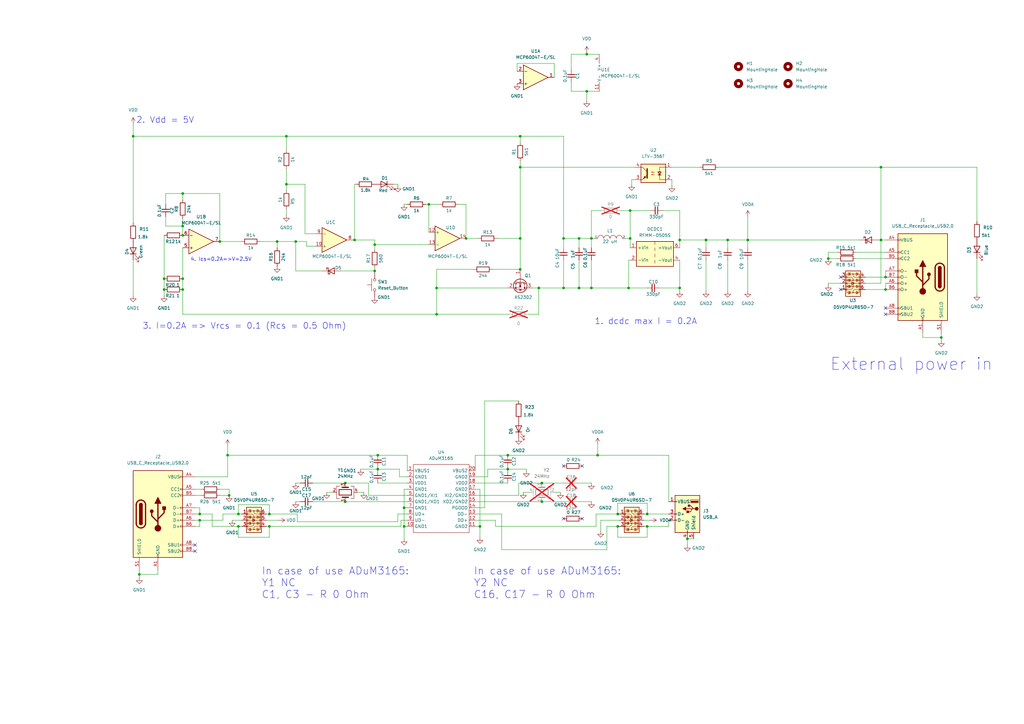
<source format=kicad_sch>
(kicad_sch (version 20230121) (generator eeschema)
  (paper "A3")
  (junction (at 245.11 186.69))
  (junction (at 265.43 215.9))
  (junction (at 57.15 235.585))
  (junction (at 240.665 37.465))
  (junction (at 90.17 99.06))
  (junction (at 361.315 68.58))
  (junction (at 81.915 213.36))
  (junction (at 386.08 138.43))
  (junction (at 179.07 128.905))
  (junction (at 165.735 208.28))
  (junction (at 153.67 100.33))
  (junction (at 93.98 203.2))
  (junction (at 257.81 118.11))
  (junction (at 113.665 99.06))
  (junction (at 306.705 98.425))
  (junction (at 93.345 186.69))
  (junction (at 237.49 118.11))
  (junction (at 213.36 68.58))
  (junction (at 141.605 198.12))
  (junction (at 213.36 97.79))
  (junction (at 258.445 86.36))
  (junction (at 191.135 97.79))
  (junction (at 222.25 205.74))
  (junction (at 242.57 97.79))
  (junction (at 97.79 215.9))
  (junction (at 81.915 210.82))
  (junction (at 179.07 118.11))
  (junction (at 74.93 92.71))
  (junction (at 258.445 97.79))
  (junction (at 278.765 98.425))
  (junction (at 165.735 215.9))
  (junction (at 253.365 215.9))
  (junction (at 74.93 96.52))
  (junction (at 222.25 198.12))
  (junction (at 231.14 97.79))
  (junction (at 54.61 55.88))
  (junction (at 67.31 118.745))
  (junction (at 281.94 220.98))
  (junction (at 208.28 186.69))
  (junction (at 74.93 114.3))
  (junction (at 67.31 114.3))
  (junction (at 240.665 22.225))
  (junction (at 231.14 118.11))
  (junction (at 265.43 210.82))
  (junction (at 339.725 106.045))
  (junction (at 74.93 118.745))
  (junction (at 110.49 215.9))
  (junction (at 213.36 55.88))
  (junction (at 220.98 118.11))
  (junction (at 253.365 210.82))
  (junction (at 208.28 192.405))
  (junction (at 154.94 186.69))
  (junction (at 117.475 55.88))
  (junction (at 153.67 111.125))
  (junction (at 278.765 118.11))
  (junction (at 121.285 99.06))
  (junction (at 361.315 98.425))
  (junction (at 242.57 118.11))
  (junction (at 110.49 210.82))
  (junction (at 141.605 205.74))
  (junction (at 196.85 215.9))
  (junction (at 97.79 210.82))
  (junction (at 154.94 192.405))
  (junction (at 363.22 118.745))
  (junction (at 213.36 110.49))
  (junction (at 237.49 97.79))
  (junction (at 363.22 113.665))
  (junction (at 298.45 98.425))
  (junction (at 289.56 98.425))
  (junction (at 117.475 75.565))
  (junction (at 145.415 98.425))
  (junction (at 175.895 83.82))
  (junction (at 74.93 79.375))
  (no_connect (at 231.14 191.135))
  (no_connect (at 344.805 113.665))
  (no_connect (at 80.01 223.52))
  (no_connect (at 344.805 118.745))
  (no_connect (at 80.01 226.06))
  (no_connect (at 363.22 126.365))
  (no_connect (at 363.22 128.905))
  (no_connect (at 231.14 212.725))
  (no_connect (at 238.76 191.135))
  (no_connect (at 238.76 212.725))
  (wire (pts (xy 154.94 192.405) (xy 154.94 193.04)))
  (wire (pts (xy 129.54 100.965) (xy 125.73 100.965)))
  (wire (pts (xy 201.93 110.49) (xy 213.36 110.49)))
  (wire (pts (xy 81.915 213.36) (xy 91.44 213.36)))
  (wire (pts (xy 258.445 101.6) (xy 258.445 97.79)))
  (wire (pts (xy 213.36 66.04) (xy 213.36 68.58)))
  (wire (pts (xy 208.28 192.405) (xy 215.9 192.405)))
  (wire (pts (xy 265.43 220.345) (xy 265.43 215.9)))
  (wire (pts (xy 343.535 103.505) (xy 339.725 103.505)))
  (wire (pts (xy 117.475 78.105) (xy 117.475 75.565)))
  (wire (pts (xy 274.32 186.69) (xy 245.11 186.69)))
  (wire (pts (xy 167.005 186.69) (xy 154.94 186.69)))
  (wire (pts (xy 236.855 205.74) (xy 242.57 205.74)))
  (wire (pts (xy 121.285 205.74) (xy 123.19 205.74)))
  (wire (pts (xy 194.31 110.49) (xy 179.07 110.49)))
  (wire (pts (xy 198.755 208.28) (xy 194.945 208.28)))
  (wire (pts (xy 298.45 98.425) (xy 306.705 98.425)))
  (wire (pts (xy 90.17 203.2) (xy 93.98 203.2)))
  (wire (pts (xy 149.225 201.93) (xy 146.685 201.93)))
  (wire (pts (xy 298.45 98.425) (xy 289.56 98.425)))
  (wire (pts (xy 274.32 186.69) (xy 274.32 205.74)))
  (wire (pts (xy 242.57 97.79) (xy 242.57 101.6)))
  (wire (pts (xy 196.85 200.66) (xy 196.85 215.9)))
  (wire (pts (xy 360.045 98.425) (xy 361.315 98.425)))
  (wire (pts (xy 125.095 75.565) (xy 125.095 95.885)))
  (wire (pts (xy 179.07 118.11) (xy 208.28 118.11)))
  (wire (pts (xy 121.92 213.995) (xy 163.195 213.995)))
  (wire (pts (xy 163.83 192.405) (xy 154.94 192.405)))
  (wire (pts (xy 196.85 215.9) (xy 196.85 220.345)))
  (wire (pts (xy 198.755 164.465) (xy 198.755 208.28)))
  (wire (pts (xy 254.254 86.36) (xy 258.445 86.36)))
  (wire (pts (xy 164.465 213.36) (xy 164.465 215.9)))
  (wire (pts (xy 222.25 205.74) (xy 231.775 205.74)))
  (wire (pts (xy 165.735 208.28) (xy 165.735 215.9)))
  (wire (pts (xy 220.98 118.11) (xy 231.14 118.11)))
  (wire (pts (xy 213.36 55.88) (xy 213.36 58.42)))
  (wire (pts (xy 97.79 210.82) (xy 99.06 210.82)))
  (wire (pts (xy 213.36 68.58) (xy 213.36 97.79)))
  (wire (pts (xy 80.01 210.82) (xy 81.915 210.82)))
  (wire (pts (xy 153.67 100.33) (xy 175.895 100.33)))
  (wire (pts (xy 121.285 198.12) (xy 123.19 198.12)))
  (wire (pts (xy 248.92 215.9) (xy 253.365 215.9)))
  (wire (pts (xy 109.22 213.36) (xy 114.3 213.36)))
  (wire (pts (xy 257.81 106.68) (xy 258.445 106.68)))
  (wire (pts (xy 64.77 233.68) (xy 64.77 235.585)))
  (wire (pts (xy 161.29 75.565) (xy 163.195 75.565)))
  (wire (pts (xy 339.725 106.045) (xy 339.725 103.505)))
  (wire (pts (xy 145.415 75.565) (xy 146.05 75.565)))
  (wire (pts (xy 257.81 106.68) (xy 257.81 118.11)))
  (wire (pts (xy 153.67 109.855) (xy 153.67 111.125)))
  (wire (pts (xy 242.57 86.36) (xy 246.634 86.36)))
  (wire (pts (xy 54.61 106.68) (xy 54.61 121.285)))
  (wire (pts (xy 67.945 92.71) (xy 74.93 92.71)))
  (wire (pts (xy 274.32 215.9) (xy 274.32 213.36)))
  (wire (pts (xy 80.01 208.28) (xy 81.915 208.28)))
  (wire (pts (xy 361.315 98.425) (xy 363.22 98.425)))
  (wire (pts (xy 289.56 106.68) (xy 289.56 119.38)))
  (wire (pts (xy 354.965 116.205) (xy 361.315 116.205)))
  (wire (pts (xy 306.705 101.6) (xy 306.705 98.425)))
  (wire (pts (xy 244.475 210.82) (xy 253.365 210.82)))
  (wire (pts (xy 289.56 98.425) (xy 289.56 101.6)))
  (wire (pts (xy 90.17 200.66) (xy 93.98 200.66)))
  (wire (pts (xy 256.54 97.79) (xy 258.445 97.79)))
  (wire (pts (xy 200.025 195.58) (xy 200.025 192.405)))
  (wire (pts (xy 117.475 55.88) (xy 213.36 55.88)))
  (wire (pts (xy 294.64 68.58) (xy 361.315 68.58)))
  (wire (pts (xy 80.01 203.2) (xy 82.55 203.2)))
  (wire (pts (xy 227.33 31.75) (xy 227.33 26.035)))
  (wire (pts (xy 154.94 191.77) (xy 154.94 192.405)))
  (wire (pts (xy 200.025 192.405) (xy 208.28 192.405)))
  (wire (pts (xy 54.61 55.88) (xy 54.61 91.44)))
  (wire (pts (xy 245.11 182.245) (xy 245.11 186.69)))
  (wire (pts (xy 154.94 192.405) (xy 147.955 192.405)))
  (wire (pts (xy 80.01 195.58) (xy 93.345 195.58)))
  (wire (pts (xy 167.005 195.58) (xy 163.83 195.58)))
  (wire (pts (xy 278.765 86.36) (xy 278.765 98.425)))
  (wire (pts (xy 203.2 213.36) (xy 203.2 215.9)))
  (wire (pts (xy 231.14 101.6) (xy 231.14 97.79)))
  (wire (pts (xy 306.705 98.425) (xy 352.425 98.425)))
  (wire (pts (xy 93.345 186.69) (xy 154.94 186.69)))
  (wire (pts (xy 253.365 220.345) (xy 265.43 220.345)))
  (wire (pts (xy 253.365 215.9) (xy 254 215.9)))
  (wire (pts (xy 191.135 97.79) (xy 196.215 97.79)))
  (wire (pts (xy 214.63 201.93) (xy 217.17 201.93)))
  (wire (pts (xy 67.31 114.3) (xy 67.31 118.745)))
  (wire (pts (xy 74.93 114.3) (xy 74.93 118.745)))
  (wire (pts (xy 264.16 215.9) (xy 265.43 215.9)))
  (wire (pts (xy 121.285 99.06) (xy 121.285 111.125)))
  (wire (pts (xy 74.93 101.6) (xy 74.93 114.3)))
  (wire (pts (xy 259.08 73.66) (xy 259.08 75.565)))
  (wire (pts (xy 253.365 215.9) (xy 253.365 220.345)))
  (wire (pts (xy 74.93 128.905) (xy 74.93 118.745)))
  (wire (pts (xy 208.28 192.405) (xy 208.28 193.04)))
  (wire (pts (xy 363.22 116.205) (xy 363.22 118.745)))
  (wire (pts (xy 242.57 118.11) (xy 257.81 118.11)))
  (wire (pts (xy 278.765 118.11) (xy 278.765 119.38)))
  (wire (pts (xy 80.01 213.36) (xy 81.915 213.36)))
  (wire (pts (xy 141.605 198.12) (xy 128.27 198.12)))
  (wire (pts (xy 231.14 106.68) (xy 231.14 118.11)))
  (wire (pts (xy 179.07 110.49) (xy 179.07 118.11)))
  (wire (pts (xy 67.945 79.375) (xy 74.93 79.375)))
  (wire (pts (xy 227.33 201.93) (xy 229.87 201.93)))
  (wire (pts (xy 400.685 68.58) (xy 400.685 90.805)))
  (wire (pts (xy 343.535 106.045) (xy 339.725 106.045)))
  (wire (pts (xy 205.74 210.82) (xy 205.74 225.425)))
  (wire (pts (xy 354.965 118.745) (xy 363.22 118.745)))
  (wire (pts (xy 154.94 198.12) (xy 167.005 198.12)))
  (wire (pts (xy 234.315 22.225) (xy 240.665 22.225)))
  (wire (pts (xy 213.36 68.58) (xy 260.35 68.58)))
  (wire (pts (xy 237.49 118.11) (xy 242.57 118.11)))
  (wire (pts (xy 234.315 33.655) (xy 234.315 37.465)))
  (wire (pts (xy 386.08 138.43) (xy 386.08 139.7)))
  (wire (pts (xy 167.005 213.36) (xy 164.465 213.36)))
  (wire (pts (xy 117.475 55.88) (xy 117.475 61.595)))
  (wire (pts (xy 167.005 215.9) (xy 165.735 215.9)))
  (wire (pts (xy 151.13 203.2) (xy 151.13 198.12)))
  (wire (pts (xy 91.44 213.36) (xy 91.44 210.82)))
  (wire (pts (xy 133.985 201.93) (xy 136.525 201.93)))
  (wire (pts (xy 265.43 210.82) (xy 274.32 210.82)))
  (wire (pts (xy 236.855 198.12) (xy 242.57 198.12)))
  (wire (pts (xy 242.57 97.79) (xy 243.84 97.79)))
  (wire (pts (xy 246.38 217.805) (xy 246.38 213.36)))
  (wire (pts (xy 208.28 191.77) (xy 208.28 192.405)))
  (wire (pts (xy 179.07 118.11) (xy 179.07 128.905)))
  (wire (pts (xy 208.28 186.69) (xy 194.945 186.69)))
  (wire (pts (xy 298.45 101.6) (xy 298.45 98.425)))
  (wire (pts (xy 67.31 96.52) (xy 67.31 114.3)))
  (wire (pts (xy 245.745 37.465) (xy 240.665 37.465)))
  (wire (pts (xy 167.005 193.04) (xy 167.005 186.69)))
  (wire (pts (xy 175.895 83.82) (xy 180.34 83.82)))
  (wire (pts (xy 194.945 195.58) (xy 200.025 195.58)))
  (wire (pts (xy 163.195 75.565) (xy 163.195 76.2)))
  (wire (pts (xy 54.61 50.8) (xy 54.61 55.88)))
  (wire (pts (xy 91.44 210.82) (xy 97.79 210.82)))
  (wire (pts (xy 74.93 79.375) (xy 74.93 81.915)))
  (wire (pts (xy 260.35 73.66) (xy 259.08 73.66)))
  (wire (pts (xy 212.725 198.12) (xy 222.25 198.12)))
  (wire (pts (xy 90.17 99.06) (xy 90.17 79.375)))
  (wire (pts (xy 110.49 207.01) (xy 110.49 210.82)))
  (wire (pts (xy 74.93 92.71) (xy 74.93 96.52)))
  (wire (pts (xy 234.315 28.575) (xy 234.315 22.225)))
  (wire (pts (xy 194.945 210.82) (xy 205.74 210.82)))
  (wire (pts (xy 234.315 37.465) (xy 240.665 37.465)))
  (wire (pts (xy 266.7 86.36) (xy 258.445 86.36)))
  (wire (pts (xy 106.68 99.06) (xy 113.665 99.06)))
  (wire (pts (xy 278.765 98.425) (xy 278.765 101.6)))
  (wire (pts (xy 57.15 233.68) (xy 57.15 235.585)))
  (wire (pts (xy 306.705 88.9) (xy 306.705 98.425)))
  (wire (pts (xy 361.315 68.58) (xy 400.685 68.58)))
  (wire (pts (xy 378.46 136.525) (xy 378.46 138.43)))
  (wire (pts (xy 275.59 73.66) (xy 275.59 76.2)))
  (wire (pts (xy 93.345 195.58) (xy 93.345 186.69)))
  (wire (pts (xy 163.195 213.995) (xy 163.195 210.82)))
  (wire (pts (xy 86.995 210.82) (xy 81.915 210.82)))
  (wire (pts (xy 163.195 210.82) (xy 167.005 210.82)))
  (wire (pts (xy 109.22 215.9) (xy 110.49 215.9)))
  (wire (pts (xy 245.745 22.225) (xy 240.665 22.225)))
  (wire (pts (xy 93.98 203.2) (xy 93.98 200.66)))
  (wire (pts (xy 240.665 37.465) (xy 240.665 41.275)))
  (wire (pts (xy 222.25 198.12) (xy 231.775 198.12)))
  (wire (pts (xy 351.155 103.505) (xy 363.22 103.505)))
  (wire (pts (xy 248.92 215.9) (xy 248.92 225.425)))
  (wire (pts (xy 80.01 200.66) (xy 82.55 200.66)))
  (wire (pts (xy 141.605 205.74) (xy 167.005 205.74)))
  (wire (pts (xy 153.67 111.76) (xy 153.67 111.125)))
  (wire (pts (xy 275.59 68.58) (xy 287.02 68.58)))
  (wire (pts (xy 74.93 89.535) (xy 74.93 92.71)))
  (wire (pts (xy 265.43 215.9) (xy 274.32 215.9)))
  (wire (pts (xy 174.625 83.82) (xy 175.895 83.82)))
  (wire (pts (xy 194.945 198.12) (xy 208.28 198.12)))
  (wire (pts (xy 248.92 225.425) (xy 205.74 225.425)))
  (wire (pts (xy 278.765 106.68) (xy 278.765 118.11)))
  (wire (pts (xy 271.78 86.36) (xy 278.765 86.36)))
  (wire (pts (xy 145.415 75.565) (xy 145.415 98.425)))
  (wire (pts (xy 97.79 220.345) (xy 110.49 220.345)))
  (wire (pts (xy 139.7 111.125) (xy 153.67 111.125)))
  (wire (pts (xy 244.475 210.82) (xy 244.475 215.9)))
  (wire (pts (xy 165.735 83.82) (xy 167.005 83.82)))
  (wire (pts (xy 281.94 220.98) (xy 284.48 220.98)))
  (wire (pts (xy 386.08 136.525) (xy 386.08 138.43)))
  (wire (pts (xy 257.81 118.11) (xy 265.43 118.11)))
  (wire (pts (xy 57.15 235.585) (xy 64.77 235.585)))
  (wire (pts (xy 54.61 55.88) (xy 117.475 55.88)))
  (wire (pts (xy 231.14 97.79) (xy 231.14 55.88)))
  (wire (pts (xy 125.73 100.965) (xy 125.73 99.06)))
  (wire (pts (xy 278.765 98.425) (xy 289.56 98.425)))
  (wire (pts (xy 165.735 208.28) (xy 167.005 208.28)))
  (wire (pts (xy 110.49 215.9) (xy 164.465 215.9)))
  (wire (pts (xy 194.945 200.66) (xy 196.85 200.66)))
  (wire (pts (xy 117.475 69.215) (xy 117.475 75.565)))
  (wire (pts (xy 125.095 95.885) (xy 129.54 95.885)))
  (wire (pts (xy 167.005 200.66) (xy 165.735 200.66)))
  (wire (pts (xy 109.22 210.82) (xy 110.49 210.82)))
  (wire (pts (xy 81.915 215.9) (xy 81.915 213.36)))
  (wire (pts (xy 245.11 186.69) (xy 208.28 186.69)))
  (wire (pts (xy 281.94 220.98) (xy 281.94 223.52)))
  (wire (pts (xy 74.93 128.905) (xy 179.07 128.905)))
  (wire (pts (xy 194.945 215.9) (xy 196.85 215.9)))
  (wire (pts (xy 97.79 210.82) (xy 97.79 207.01)))
  (wire (pts (xy 110.49 220.345) (xy 110.49 215.9)))
  (wire (pts (xy 216.535 128.905) (xy 220.98 128.905)))
  (wire (pts (xy 264.16 213.36) (xy 266.7 213.36)))
  (wire (pts (xy 212.725 198.12) (xy 212.725 203.2)))
  (wire (pts (xy 264.16 210.82) (xy 265.43 210.82)))
  (wire (pts (xy 81.915 208.28) (xy 81.915 210.82)))
  (wire (pts (xy 227.33 26.035) (xy 212.09 26.035)))
  (wire (pts (xy 121.92 210.82) (xy 121.92 213.995)))
  (wire (pts (xy 95.25 213.36) (xy 99.06 213.36)))
  (wire (pts (xy 67.945 88.9) (xy 67.945 92.71)))
  (wire (pts (xy 80.01 215.9) (xy 81.915 215.9)))
  (wire (pts (xy 339.725 116.205) (xy 339.725 116.84)))
  (wire (pts (xy 113.665 99.06) (xy 121.285 99.06)))
  (wire (pts (xy 253.365 210.82) (xy 254 210.82)))
  (wire (pts (xy 117.475 75.565) (xy 125.095 75.565)))
  (wire (pts (xy 240.665 21.59) (xy 240.665 22.225)))
  (wire (pts (xy 165.735 200.66) (xy 165.735 208.28)))
  (wire (pts (xy 153.67 98.425) (xy 153.67 100.33)))
  (wire (pts (xy 218.44 118.11) (xy 220.98 118.11)))
  (wire (pts (xy 253.365 206.375) (xy 265.43 206.375)))
  (wire (pts (xy 306.705 106.68) (xy 306.705 119.38)))
  (wire (pts (xy 151.13 198.12) (xy 141.605 198.12)))
  (wire (pts (xy 212.09 26.035) (xy 212.09 29.21)))
  (wire (pts (xy 351.155 106.045) (xy 363.22 106.045)))
  (wire (pts (xy 237.49 101.6) (xy 237.49 97.79)))
  (wire (pts (xy 93.345 182.88) (xy 93.345 186.69)))
  (wire (pts (xy 194.945 186.69) (xy 194.945 193.04)))
  (wire (pts (xy 121.285 111.125) (xy 132.08 111.125)))
  (wire (pts (xy 151.13 203.2) (xy 167.005 203.2)))
  (wire (pts (xy 237.49 97.79) (xy 242.57 97.79)))
  (wire (pts (xy 215.9 192.405) (xy 215.9 193.04)))
  (wire (pts (xy 258.445 86.36) (xy 258.445 97.79)))
  (wire (pts (xy 194.945 203.2) (xy 212.725 203.2)))
  (wire (pts (xy 361.315 116.205) (xy 361.315 98.425)))
  (wire (pts (xy 99.06 215.9) (xy 97.79 215.9)))
  (wire (pts (xy 203.835 97.79) (xy 213.36 97.79)))
  (wire (pts (xy 265.43 206.375) (xy 265.43 210.82)))
  (wire (pts (xy 298.45 106.68) (xy 298.45 119.38)))
  (wire (pts (xy 237.49 106.68) (xy 237.49 118.11)))
  (wire (pts (xy 231.14 118.11) (xy 237.49 118.11)))
  (wire (pts (xy 400.685 106.045) (xy 400.685 120.65)))
  (wire (pts (xy 145.415 98.425) (xy 144.78 98.425)))
  (wire (pts (xy 86.995 215.9) (xy 86.995 210.82)))
  (wire (pts (xy 363.22 111.125) (xy 363.22 113.665)))
  (wire (pts (xy 153.67 102.235) (xy 153.67 100.33)))
  (wire (pts (xy 354.965 113.665) (xy 363.22 113.665)))
  (wire (pts (xy 99.06 99.06) (xy 90.17 99.06)))
  (wire (pts (xy 117.475 85.725) (xy 117.475 88.265)))
  (wire (pts (xy 145.415 98.425) (xy 153.67 98.425)))
  (wire (pts (xy 97.79 207.01) (xy 110.49 207.01)))
  (wire (pts (xy 121.285 99.06) (xy 125.73 99.06)))
  (wire (pts (xy 242.57 106.68) (xy 242.57 118.11)))
  (wire (pts (xy 113.665 99.06) (xy 113.665 101.6)))
  (wire (pts (xy 175.895 95.25) (xy 175.895 83.82)))
  (wire (pts (xy 220.98 118.11) (xy 220.98 128.905)))
  (wire (pts (xy 191.135 97.79) (xy 191.135 83.82)))
  (wire (pts (xy 110.49 210.82) (xy 121.92 210.82)))
  (wire (pts (xy 212.725 164.465) (xy 198.755 164.465)))
  (wire (pts (xy 165.735 215.9) (xy 165.735 220.98)))
  (wire (pts (xy 344.805 116.205) (xy 339.725 116.205)))
  (wire (pts (xy 253.365 210.82) (xy 253.365 206.375)))
  (wire (pts (xy 361.315 68.58) (xy 361.315 98.425)))
  (wire (pts (xy 128.27 205.74) (xy 141.605 205.74)))
  (wire (pts (xy 203.2 215.9) (xy 244.475 215.9)))
  (wire (pts (xy 67.945 83.82) (xy 67.945 79.375)))
  (wire (pts (xy 90.17 79.375) (xy 74.93 79.375)))
  (wire (pts (xy 57.15 235.585) (xy 57.15 236.855)))
  (wire (pts (xy 194.945 213.36) (xy 203.2 213.36)))
  (wire (pts (xy 378.46 138.43) (xy 386.08 138.43)))
  (wire (pts (xy 97.79 215.9) (xy 86.995 215.9)))
  (wire (pts (xy 246.38 213.36) (xy 254 213.36)))
  (wire (pts (xy 163.83 195.58) (xy 163.83 192.405)))
  (wire (pts (xy 242.57 86.36) (xy 242.57 97.79)))
  (wire (pts (xy 213.36 97.79) (xy 213.36 110.49)))
  (wire (pts (xy 97.79 215.9) (xy 97.79 220.345)))
  (wire (pts (xy 194.945 205.74) (xy 222.25 205.74)))
  (wire (pts (xy 179.07 128.905) (xy 208.915 128.905)))
  (wire (pts (xy 270.51 118.11) (xy 278.765 118.11)))
  (wire (pts (xy 231.14 97.79) (xy 237.49 97.79)))
  (wire (pts (xy 67.31 121.285) (xy 67.31 118.745)))
  (wire (pts (xy 191.135 83.82) (xy 187.96 83.82)))
  (wire (pts (xy 213.36 55.88) (xy 231.14 55.88)))
  (text "3. I=0.2A => Vrcs = 0.1 (Rcs = 0.5 Ohm)\n" (at 58.42 135.255 0) (effects (font (size 2.5 2.5)) (justify left bottom)))
  (text "4. Ics=0.2A=>V=2.5V" (at 78.105 107.315 0) (effects (font (size 1.5 1.5)) (justify left bottom)))
  (text "In case of use ADuM3165:\nY1 NC\nC1, C3 - R 0 Ohm" (at 107.315 245.745 0) (effects (font (size 3 3)) (justify left bottom)))
  (text "In case of use ADuM3165:\nY2 NC\nC16, C17 - R 0 Ohm" (at 194.31 245.745 0) (effects (font (size 3 3)) (justify left bottom)))
  (text "1. dcdc max I = 0.2A" (at 243.84 133.35 0) (effects (font (size 2.5 2.5)) (justify left bottom)))
  (text "External power in" (at 340.36 152.4 0) (effects (font (size 5 5)) (justify left bottom)))
  (text "2. Vdd = 5V\n" (at 55.88 50.8 0) (effects (font (size 2.5 2.5)) (justify left bottom)))
  (symbol (lib_id "power:GND1") (at 212.09 34.29 0) (unit 1)
    (property "Reference" "#PWR02" (effects hide))
    (property "Value" "GND1" (at 212.09 39.37 0))
  )
  (symbol (lib_id "Device:R") (at 71.12 96.52 90) (unit 1)
    (property "Reference" "R12" (at 69.85 99.06 90))
    (property "Value" "1k" (at 73.025 99.06 90))
    (property "Footprint" "Resistor_SMD:R_0603_1608Metric" (effects hide))
    (property "Datasheet" "https://www.seielect.com/Catalog/SEI-RNCP.pdf" (effects hide))
    (property "Digikey link" "https://www.digikey.fi/en/products/detail/stackpole-electronics-inc/RNCP0603FTD1K00/2240106" (effects hide))
    (property "Name" "RNCP0603FTD1K00" (effects hide))
  )
  (symbol (lib_id "Device:R") (at 102.87 99.06 90) (unit 1)
    (property "Reference" "R14" (at 102.87 96.52 90))
    (property "Value" "1k" (at 102.87 101.6 90))
    (property "Footprint" "Resistor_SMD:R_0603_1608Metric" (effects hide))
    (property "Datasheet" "https://www.seielect.com/Catalog/SEI-RNCP.pdf" (effects hide))
    (property "Digikey link" "https://www.digikey.fi/en/products/detail/stackpole-electronics-inc/RNCP0603FTD1K00/2240106" (effects hide))
    (property "Name" "RNCP0603FTD1K00" (effects hide))
  )
  (symbol (lib_id "Device:R") (at 212.725 168.275 0) (unit 1)
    (property "Reference" "R23" (at 215.265 167.0049 0) (effects (justify left)))
    (property "Value" "1.8k" (at 214.63 170.1799 0) (effects (justify left)))
    (property "Footprint" "Resistor_SMD:R_0603_1608Metric" (effects hide))
    (property "Datasheet" "https://www.yageo.com/upload/media/product/productsearch/datasheet/rchip/PYu-RC_Group_51_RoHS_L_12.pdf" (effects hide))
    (property "Name" "RC0603FR-101K8L" (effects hide))
    (property "Digikey link" "https://www.digikey.fi/en/products/detail/yageo/RC0603FR-101K8L/14008224" (effects hide))
  )
  (symbol (lib_id "power:GND1") (at 121.285 205.74 0) (mirror y) (unit 1)
    (property "Reference" "#PWR035" (effects hide))
    (property "Value" "GND1" (at 121.285 209.55 0))
  )
  (symbol (lib_id "power:VDDA") (at 306.705 88.9 0) (unit 1)
    (property "Reference" "#PWR010" (effects hide))
    (property "Value" "VDDA" (at 306.705 83.82 0))
  )
  (symbol (lib_id "Device:R") (at 170.815 83.82 90) (unit 1)
    (property "Reference" "R6" (at 170.815 81.28 90))
    (property "Value" "1k" (at 170.815 86.36 90))
    (property "Footprint" "Resistor_SMD:R_0603_1608Metric" (effects hide))
    (property "Datasheet" "https://www.seielect.com/Catalog/SEI-RNCP.pdf" (effects hide))
    (property "Digikey link" "https://www.digikey.fi/en/products/detail/stackpole-electronics-inc/RNCP0603FTD1K00/2240106" (effects hide))
    (property "Name" "RNCP0603FTD1K00" (effects hide))
  )
  (symbol (lib_id "power:GND1") (at 117.475 88.265 0) (unit 1)
    (property "Reference" "#PWR09" (effects hide))
    (property "Value" "GND1" (at 117.475 93.345 0))
  )
  (symbol (lib_id "Power_Protection:NUP4202") (at 349.885 116.205 270) (mirror x) (unit 1)
    (property "Reference" "U3" (at 349.758 123.19 90))
    (property "Value" "D5V0P4UR6SO-7" (at 350.012 125.984 90))
    (property "Footprint" "Package_TO_SOT_SMD:SOT-23-6" (effects hide))
    (property "Datasheet" "https://www.digikey.fi/en/products/detail/diodes-incorporated/D5V0P4UR6SO-7/6052565?s=N4IgTCBcDaICIFYBqAGACgFgKoCUBsAygPIC0A7CALoC%2BQA" (effects hide))
    (property "Digikey link" "https://www.digikey.fi/en/products/detail/diodes-incorporated/D5V0P4UR6SO-7/6052565" (effects hide))
    (property "Name" "D5V0P4UR6SO-7" (effects hide))
  )
  (symbol (lib_id "Device:C_Small") (at 289.56 104.14 180) (unit 1)
    (property "Reference" "C7" (at 287.02 109.2137 90))
    (property "Value" "0.1uF" (at 287.02 104.1337 90))
    (property "Footprint" "Capacitor_SMD:C_0603_1608Metric" (effects hide))
    (property "Datasheet" "https://media.digikey.com/pdf/Data%20Sheets/Samsung%20PDFs/CL10B104KB8NFNC_Spec.pdf" (effects hide))
    (property "Voltage " "50" (effects hide))
    (property "Name" "CL10B104KB8NFNC" (effects hide))
    (property "Digikey link" "https://www.digikey.fi/en/products/detail/samsung-electro-mechanics/CL10B104KB8NFNC/3890020" (effects hide))
  )
  (symbol (lib_id "power:GND2") (at 242.57 205.74 0) (unit 1)
    (property "Reference" "#PWR036" (effects hide))
    (property "Value" "GND2" (at 248.285 208.28 0))
  )
  (symbol (lib_id "Device:C_Small") (at 237.49 104.14 180) (unit 1)
    (property "Reference" "C5" (at 234.95 109.2137 90))
    (property "Value" "1uF" (at 234.95 104.1337 90))
    (property "Footprint" "Capacitor_SMD:C_0603_1608Metric" (effects hide))
    (property "Datasheet" "https://media.digikey.com/pdf/Data%20Sheets/Samsung%20PDFs/CL10A105KB8NNNC_Spec.pdf" (effects hide))
    (property "Digikey link" "https://www.digikey.fi/en/products/detail/samsung-electro-mechanics/CL10A105KB8NNNC/3887518" (effects hide))
    (property "Name" "CL10A105KB8NNNC" (effects hide))
    (property "Voltage " "50" (effects hide))
  )
  (symbol (lib_id "Device:C_Small") (at 154.94 195.58 180) (unit 1)
    (property "Reference" "C13" (at 157.48 195.5737 90))
    (property "Value" "0.1uF" (at 152.4 195.5737 90))
    (property "Footprint" "Capacitor_SMD:C_0603_1608Metric" (effects hide))
    (property "Datasheet" "https://media.digikey.com/pdf/Data%20Sheets/Samsung%20PDFs/CL10B104KB8NFNC_Spec.pdf" (effects hide))
    (property "Voltage " "50" (effects hide))
    (property "Name" "CL10B104KB8NFNC" (effects hide))
    (property "Digikey link" "https://www.digikey.fi/en/products/detail/samsung-electro-mechanics/CL10B104KB8NFNC/3890020" (effects hide))
  )
  (symbol (lib_id "Mechanical:MountingHole") (at 302.895 27.305 0) (unit 1) (in_bom no)
    (property "Reference" "H1" (at 306.07 26.0349 0) (effects (justify left)))
    (property "Value" "MountingHole" (at 306.07 28.5749 0) (effects (justify left)))
    (property "Footprint" "MountingHole:MountingHole_3.2mm_M3_DIN965" (effects hide))
  )
  (symbol (lib_id "Device:R") (at 153.67 106.045 180) (unit 1)
    (property "Reference" "R17" (at 151.13 106.045 90))
    (property "Value" "560" (at 156.21 106.045 90))
    (property "Footprint" "Resistor_SMD:R_0603_1608Metric" (effects hide))
    (property "Datasheet" "https://www.yageo.com/upload/media/product/productsearch/datasheet/rchip/PYu-RC_Group_51_RoHS_L_12.pdf" (effects hide))
    (property "Digikey link" "https://www.digikey.fi/en/products/detail/yageo/RC0603JR-07560RL/726805" (effects hide))
    (property "Name" "RC0603JR-07560RL" (effects hide))
  )
  (symbol (lib_id "Power_Protection:NUP4202") (at 104.14 213.36 270) (unit 1)
    (property "Reference" "U5" (at 104.14 202.565 90))
    (property "Value" "D5V0P4UR6SO-7" (at 104.14 205.105 90))
    (property "Footprint" "Package_TO_SOT_SMD:SOT-23-6" (effects hide))
    (property "Datasheet" "https://www.digikey.fi/en/products/detail/diodes-incorporated/D5V0P4UR6SO-7/6052565?s=N4IgTCBcDaICIFYBqAGACgFgKoCUBsAygPIC0A7CALoC%2BQA" (effects hide))
    (property "Digikey link" "https://www.digikey.fi/en/products/detail/diodes-incorporated/D5V0P4UR6SO-7/6052565" (effects hide))
    (property "Name" "D5V0P4UR6SO-7" (effects hide))
  )
  (symbol (lib_id "Device:C_Small") (at 208.28 195.58 180) (unit 1)
    (property "Reference" "C14" (at 210.82 195.5737 90))
    (property "Value" "0.1uF" (at 205.74 195.5737 90))
    (property "Footprint" "Capacitor_SMD:C_0603_1608Metric" (effects hide))
    (property "Datasheet" "https://media.digikey.com/pdf/Data%20Sheets/Samsung%20PDFs/CL10B104KB8NFNC_Spec.pdf" (effects hide))
    (property "Voltage " "50" (effects hide))
    (property "Name" "CL10B104KB8NFNC" (effects hide))
    (property "Digikey link" "https://www.digikey.fi/en/products/detail/samsung-electro-mechanics/CL10B104KB8NFNC/3890020" (effects hide))
  )
  (symbol (lib_id "Transistor_FET:DMN2230U") (at 213.36 115.57 270) (unit 1)
    (property "Reference" "Q1" (at 216.535 113.03 90))
    (property "Value" "AS2302" (at 214.63 121.92 90))
    (property "Footprint" "Package_TO_SOT_SMD:SOT-23" (effects hide))
    (property "Datasheet" "https://media.digikey.com/pdf/Data%20Sheets/Anbon%20Semi%20PDFs/AS2302.pdf" (effects hide))
    (property "Voltage " "20V 3A" (effects hide))
    (property "Digikey link" "https://www.digikey.fi/en/products/detail/anbon-semiconductor-int-l-limited/AS2302/16708469?s=N4IgTCBcDaIIIGUwGYAMEC6BfIA" (effects hide))
    (property "Name" "AS2302" (effects hide))
  )
  (symbol (lib_id "Device:R") (at 113.665 105.41 180) (unit 1)
    (property "Reference" "R16" (at 111.125 105.41 90))
    (property "Value" "24k" (at 116.205 105.41 90))
    (property "Footprint" "Resistor_SMD:R_0603_1608Metric" (effects hide))
    (property "Datasheet" "https://www.yageo.com/upload/media/product/productsearch/datasheet/rchip/PYu-RC_Group_51_RoHS_L_12.pdf" (effects hide))
    (property "Digikey link" "https://www.digikey.fi/en/products/detail/yageo/RC0603FR-0724KL/727076" (effects hide))
    (property "Name" "RC0603FR-0724KL" (effects hide))
  )
  (symbol (lib_id "Connector:USB_C_Receptacle_USB2.0") (at 64.77 210.82 0) (unit 1)
    (property "Reference" "J2" (at 64.77 187.325 0))
    (property "Value" "USB_C_Receptacle_USB2.0" (at 64.77 189.865 0))
    (property "Footprint" "Connector_USB:USB_C_Receptacle_GCT_USB4105-xx-A_16P_TopMnt_Horizontal" (effects hide))
    (property "Datasheet" "https://gct.co/files/drawings/usb4105.pdf" (effects hide))
    (property "Digikey link" "https://www.digikey.fi/en/products/detail/gct/USB4105-GF-A/11198441" (effects hide))
    (property "Name" "USB4105-GF-A" (effects hide))
  )
  (symbol (lib_id "power:GND2") (at 386.08 139.7 0) (unit 1)
    (property "Reference" "#PWR022" (effects hide))
    (property "Value" "GND2" (at 386.08 144.78 0))
  )
  (symbol (lib_id "power:GND2") (at 215.9 193.04 0) (unit 1)
    (property "Reference" "#PWR027" (effects hide))
    (property "Value" "GND2" (at 215.9 198.12 0))
  )
  (symbol (lib_id "Device:C_Small") (at 267.97 118.11 270) (unit 1)
    (property "Reference" "C10" (at 267.9637 115.57 90))
    (property "Value" "330pF" (at 267.9637 120.65 90))
    (property "Footprint" "Capacitor_THT:C_Rect_L10.0mm_W3.0mm_P7.50mm_MKS4" (effects hide))
    (property "Datasheet" "https://www.wima.de/wp-content/uploads/media/e_WIMA_FKP_3.pdf" (effects hide))
    (property "Voltage " "1000" (effects hide))
    (property "Name" "FKP3O103302B00KSSD" (effects hide))
    (property "Digikey link" "https://www.digikey.fi/en/products/detail/wima/FKP3O103302B00KSSD/9370272" (effects hide))
  )
  (symbol (lib_id "Mechanical:MountingHole") (at 323.215 27.305 0) (unit 1) (in_bom no)
    (property "Reference" "H2" (at 326.39 26.0349 0) (effects (justify left)))
    (property "Value" "MountingHole" (at 326.39 28.5749 0) (effects (justify left)))
    (property "Footprint" "MountingHole:MountingHole_3.2mm_M3_DIN965" (effects hide))
  )
  (symbol (lib_id "User_lib:ADuM3165") (at 180.975 204.47 0) (unit 1)
    (property "Reference" "U4" (at 180.975 185.42 0))
    (property "Value" "ADuM3165" (at 180.975 187.96 0))
    (property "Footprint" "Package_SO:SSOP-20_5.3x7.2mm_P0.65mm" (effects hide))
    (property "Datasheet" "https://au.mouser.com/datasheet/2/609/adum3165_3166-2946864.pdf" (effects hide))
    (property "Name" "ADuM3165" (effects hide))
    (property "Digikey link" "https://www.digikey.fi/en/products/detail/analog-devices-inc/ADUM3165BRSZ/16580732" (effects hide))
  )
  (symbol (lib_id "Device:C_Small") (at 234.315 198.12 270) (unit 1) (in_bom no) (dnp yes)
    (property "Reference" "C16" (at 234.3087 195.58 90))
    (property "Value" "12pF" (at 234.3087 200.66 90))
    (property "Footprint" "Capacitor_SMD:C_0603_1608Metric" (effects hide))
    (property "Datasheet" "http://www.passivecomponent.com/wp-content/uploads/datasheet/WTC_MLCC_General_Purpose.pdf" (effects hide))
    (property "Digikey link" "https://www.digikey.fi/en/products/detail/walsin-technology-corporation/0603N120J500CT/9354977" (effects hide))
    (property "Name" "0603N120J500CT" (effects hide))
    (property "Voltage " "50" (effects hide))
  )
  (symbol (lib_id "power:VDDA") (at 245.11 182.245 0) (unit 1)
    (property "Reference" "#PWR024" (effects hide))
    (property "Value" "VDDA" (at 245.11 177.165 0))
  )
  (symbol (lib_id "Amplifier_Operational:MCP6004") (at 82.55 99.06 0) (mirror x) (unit 2)
    (property "Reference" "U1" (at 82.55 88.9 0))
    (property "Value" "MCP6004T-E/SL" (at 82.55 91.44 0))
    (property "Footprint" "Package_SO:SOIC-14_3.9x8.7mm_P1.27mm" (effects hide))
    (property "Datasheet" "http://ww1.microchip.com/downloads/en/DeviceDoc/21733j.pdf" (effects hide))
    (property "Digikey link" "https://www.digikey.fi/en/products/detail/microchip-technology/MCP6004T-E-SL/683203" (effects hide))
    (property "Name" "MCP6004T-E/SL" (effects hide))
  )
  (symbol (lib_id "power:GND1") (at 259.08 75.565 0) (unit 1)
    (property "Reference" "#PWR05" (effects hide))
    (property "Value" "GND1" (at 259.08 80.645 0))
  )
  (symbol (lib_id "power:GND2") (at 229.87 201.93 0) (unit 1)
    (property "Reference" "#PWR033" (effects hide))
    (property "Value" "GND2" (at 229.87 207.01 0))
  )
  (symbol (lib_id "Device:C_Small") (at 67.945 86.36 180) (unit 1)
    (property "Reference" "C2" (at 70.485 86.3537 90))
    (property "Value" "0.1uF" (at 65.405 86.3537 90))
    (property "Footprint" "Capacitor_SMD:C_0603_1608Metric" (effects hide))
    (property "Datasheet" "https://media.digikey.com/pdf/Data%20Sheets/Samsung%20PDFs/CL10B104KB8NFNC_Spec.pdf" (effects hide))
    (property "Voltage " "50" (effects hide))
    (property "Name" "CL10B104KB8NFNC" (effects hide))
    (property "Digikey link" "https://www.digikey.fi/en/products/detail/samsung-electro-mechanics/CL10B104KB8NFNC/3890020" (effects hide))
  )
  (symbol (lib_id "power:GND1") (at 165.735 83.82 0) (unit 1)
    (property "Reference" "#PWR08" (effects hide))
    (property "Value" "GND1" (at 165.735 88.9 0))
  )
  (symbol (lib_id "power:VDD") (at 114.3 213.36 270) (unit 1)
    (property "Reference" "#PWR038" (effects hide))
    (property "Value" "VDD" (at 117.475 213.3599 90) (effects (justify left)))
  )
  (symbol (lib_id "Device:D_Schottky") (at 135.89 111.125 0) (unit 1)
    (property "Reference" "D5" (at 138.7475 109.855 0))
    (property "Value" "10v 3A" (effects hide))
    (property "Footprint" "Diode_SMD:D_SOD-323" (effects hide))
    (property "Datasheet" "https://www.infineon.com/dgdl/bat60bseries.pdf?folderId=db3a304313d846880113def5812204a1&fileId=db3a304314dca3890115195908c50f0b" (effects hide))
    (property "Voltage " "10v " (effects hide))
    (property "Name" "BAT60BE6327HTSA1" (effects hide))
    (property "Digikey link" "https://www.digikey.fi/en/products/detail/infineon-technologies/BAT60BE6327HTSA1/1280935?s=N4IgTCBcDaIEIEEAqA2ADHAoigzGA7ABJIDKCAjCALoC%2BQA" (effects hide))
  )
  (symbol (lib_id "Device:C_Small") (at 306.705 104.14 180) (unit 1)
    (property "Reference" "C9" (at 304.165 109.2137 90))
    (property "Value" "10uF" (at 304.165 104.1337 90))
    (property "Footprint" "Capacitor_SMD:C_0805_2012Metric" (effects hide))
    (property "Datasheet" "https://media.digikey.com/pdf/Data%20Sheets/Samsung%20PDFs/CL21A106KOQNNNG_Spec.pdf" (effects hide))
    (property "Voltage " "16" (effects hide))
    (property "Name" "CL21A106KOQNNNG" (effects hide))
    (property "Digikey link" "https://www.digikey.fi/en/products/detail/samsung-electro-mechanics/CL21A106KOQNNNG/3894417" (effects hide))
  )
  (symbol (lib_id "Device:R") (at 212.725 128.905 90) (unit 1) (in_bom no) (dnp yes)
    (property "Reference" "R22" (at 212.725 126.365 90))
    (property "Value" "0" (at 212.725 132.715 90))
    (property "Footprint" "Resistor_SMD:R_0603_1608Metric" (effects hide))
    (property "Datasheet" "https://www.yageo.com/upload/media/product/productsearch/datasheet/rchip/PYu-RC_Group_51_RoHS_L_12.pdf" (effects hide))
    (property "Digikey link" "https://www.digikey.fi/en/products/detail/yageo/RC0603JR-070RL/726675" (effects hide))
    (property "Name" "RC0603JR-070RL" (effects hide))
  )
  (symbol (lib_id "Device:R") (at 234.95 212.725 270) (unit 1) (on_board no)
    (property "Reference" "R27" (at 236.22 210.185 90))
    (property "Value" "0" (at 233.045 210.185 90))
    (property "Footprint" "Resistor_SMD:R_0603_1608Metric" (effects hide))
    (property "Datasheet" "https://www.yageo.com/upload/media/product/productsearch/datasheet/rchip/PYu-RC_Group_51_RoHS_L_12.pdf" (effects hide))
    (property "Name" "RC0603JR-070RL" (effects hide))
    (property "Digikey link" "https://www.digikey.fi/en/products/detail/yageo/RC0603JR-070RL/726675" (effects hide))
  )
  (symbol (lib_id "power:GND1") (at 153.67 121.92 0) (unit 1)
    (property "Reference" "#PWR021" (effects hide))
    (property "Value" "GND1" (at 157.48 121.92 0))
  )
  (symbol (lib_id "Device:R") (at 117.475 81.915 180) (unit 1)
    (property "Reference" "R5" (at 120.015 82.55 90))
    (property "Value" "1k" (at 114.935 81.915 90))
    (property "Footprint" "Resistor_SMD:R_0603_1608Metric" (effects hide))
    (property "Datasheet" "https://www.seielect.com/Catalog/SEI-RNCP.pdf" (effects hide))
    (property "Digikey link" "https://www.digikey.fi/en/products/detail/stackpole-electronics-inc/RNCP0603FTD1K00/2240106" (effects hide))
    (property "Name" "RNCP0603FTD1K00" (effects hide))
  )
  (symbol (lib_id "Device:R") (at 149.86 75.565 270) (mirror x) (unit 1)
    (property "Reference" "R4" (at 151.384 73.406 90) (effects (justify right)))
    (property "Value" "1.8k" (at 147.828 77.978 90) (effects (justify left)))
    (property "Footprint" "Resistor_SMD:R_0603_1608Metric" (effects hide))
    (property "Datasheet" "https://www.yageo.com/upload/media/product/productsearch/datasheet/rchip/PYu-RC_Group_51_RoHS_L_12.pdf" (effects hide))
    (property "Name" "RC0603FR-101K8L" (effects hide))
    (property "Digikey link" "https://www.digikey.fi/en/products/detail/yageo/RC0603FR-101K8L/14008224" (effects hide))
  )
  (symbol (lib_id "power:VDD") (at 54.61 50.8 0) (unit 1)
    (property "Reference" "#PWR04" (effects hide))
    (property "Value" "VDD" (at 54.61 45.085 0))
  )
  (symbol (lib_id "Switch:SW_Push") (at 153.67 116.84 90) (unit 1)
    (property "Reference" "SW1" (at 154.94 115.57 90) (effects (justify right)))
    (property "Value" "Reset_Button" (at 154.94 118.11 90) (effects (justify right)))
    (property "Footprint" "Button_Switch_THT:SW_Tactile_SPST_Angled_PTS645Vx58-2LFS" (effects hide))
    (property "Datasheet" "https://spec_sheets.e-switch.com/specs/P010309.pdf" (effects hide))
    (property "Digikey link" "https://www.digikey.fi/en/products/detail/e-switch/TL1105VF160Q/378974" (effects hide))
    (property "Name" "TL1105VF160Q" (effects hide))
  )
  (symbol (lib_id "Device:R") (at 86.36 203.2 270) (unit 1)
    (property "Reference" "R26" (at 81.9151 205.74 90) (effects (justify left)))
    (property "Value" "5k1" (at 86.9951 205.74 90) (effects (justify left)))
    (property "Footprint" "Resistor_SMD:R_0603_1608Metric" (effects hide))
    (property "Datasheet" "https://www.seielect.com/Catalog/SEI-RNCP.pdf" (effects hide))
    (property "Name" "RNCP0603FTD1K00" (effects hide))
    (property "Digikey link" "https://www.digikey.fi/en/products/detail/stackpole-electronics-inc/RNCP0603FTD1K00/2240106" (effects hide))
  )
  (symbol (lib_id "Device:R") (at 213.36 62.23 180) (unit 1)
    (property "Reference" "R1" (at 210.82 62.23 90))
    (property "Value" "5k1" (at 215.9 62.23 90))
    (property "Footprint" "Resistor_SMD:R_0603_1608Metric" (effects hide))
    (property "Datasheet" "https://www.seielect.com/Catalog/SEI-RNCP.pdf" (effects hide))
    (property "Digikey link" "https://www.digikey.fi/en/products/detail/stackpole-electronics-inc/RNCP0603FTD1K00/2240106" (effects hide))
    (property "Name" "RNCP0603FTD1K00" (effects hide))
  )
  (symbol (lib_id "Device:C_Small") (at 269.24 86.36 270) (unit 1)
    (property "Reference" "C3" (at 269.2337 83.82 90))
    (property "Value" "330pF" (at 269.2337 88.9 90))
    (property "Footprint" "Capacitor_THT:C_Rect_L10.0mm_W3.0mm_P7.50mm_MKS4" (effects hide))
    (property "Datasheet" "https://www.wima.de/wp-content/uploads/media/e_WIMA_FKP_3.pdf" (effects hide))
    (property "Voltage " "1000" (effects hide))
    (property "Name" "FKP3O103302B00KSSD" (effects hide))
    (property "Digikey link" "https://www.digikey.fi/en/products/detail/wima/FKP3O103302B00KSSD/9370272" (effects hide))
  )
  (symbol (lib_id "Amplifier_Operational:MCP6004") (at 183.515 97.79 0) (unit 4)
    (property "Reference" "U1" (at 184.785 93.345 0))
    (property "Value" "MCP6004T-E/SL" (at 183.642 105.156 0))
    (property "Footprint" "Package_SO:SOIC-14_3.9x8.7mm_P1.27mm" (effects hide))
    (property "Datasheet" "http://ww1.microchip.com/downloads/en/DeviceDoc/21733j.pdf" (effects hide))
    (property "Digikey link" "https://www.digikey.fi/en/products/detail/microchip-technology/MCP6004T-E-SL/683203" (effects hide))
    (property "Name" "MCP6004T-E/SL" (effects hide))
  )
  (symbol (lib_id "Device:R") (at 198.12 110.49 90) (unit 1)
    (property "Reference" "R19" (at 198.12 107.95 90))
    (property "Value" "24k" (at 198.12 113.03 90))
    (property "Footprint" "Resistor_SMD:R_0603_1608Metric" (effects hide))
    (property "Datasheet" "https://www.yageo.com/upload/media/product/productsearch/datasheet/rchip/PYu-RC_Group_51_RoHS_L_12.pdf" (effects hide))
    (property "Digikey link" "https://www.digikey.fi/en/products/detail/yageo/RC0603FR-0724KL/727076" (effects hide))
    (property "Name" "RC0603FR-0724KL" (effects hide))
  )
  (symbol (lib_id "power:GND2") (at 212.725 179.705 0) (unit 1)
    (property "Reference" "#PWR023" (effects hide))
    (property "Value" "GND2" (at 212.725 184.785 0))
  )
  (symbol (lib_id "power:GND2") (at 298.45 119.38 0) (unit 1)
    (property "Reference" "#PWR016" (effects hide))
    (property "Value" "GND2" (at 298.45 124.46 0))
  )
  (symbol (lib_id "Device:R") (at 71.12 114.3 90) (unit 1)
    (property "Reference" "R20" (at 69.85 116.84 90))
    (property "Value" "1" (at 73.025 116.84 90))
    (property "Footprint" "Resistor_SMD:R_0603_1608Metric" (effects hide))
    (property "Datasheet" "https://www.yageo.com/upload/media/product/productsearch/datasheet/rchip/PYu-AC_51_RoHS_L_9.pdf" (effects hide))
    (property "Digikey link" "https://www.digikey.fi/en/products/detail/yageo/AC0603FR-071RL/5895901" (effects hide))
    (property "Name" "AC0603FR-071RL" (effects hide))
  )
  (symbol (lib_id "pspice:INDUCTOR") (at 250.19 97.79 0) (unit 1)
    (property "Reference" "L1" (at 250.19 94.615 0))
    (property "Value" "22 uH" (at 250.19 99.06 0))
    (property "Footprint" "Inductor_SMD:L_Taiyo-Yuden_MD-3030" (effects hide))
    (property "Datasheet" "https://www.yuden.co.jp/productdata/catalog/wound04_e.pdf" (effects hide))
    (property "Digikey link" "https://www.digikey.fi/en/products/detail/taiyo-yuden/NR3015T220M/958032?s=N4IgTCBcDaIHICUDMAGAjAVgCpjCgsiALoC%2BQA" (effects hide))
    (property "Name" "NR3015T220M" (effects hide))
  )
  (symbol (lib_id "Device:R") (at 200.025 97.79 90) (unit 1)
    (property "Reference" "R13" (at 200.025 95.25 90))
    (property "Value" "1k" (at 200.025 100.33 90))
    (property "Footprint" "Resistor_SMD:R_0603_1608Metric" (effects hide))
    (property "Datasheet" "https://www.seielect.com/Catalog/SEI-RNCP.pdf" (effects hide))
    (property "Digikey link" "https://www.digikey.fi/en/products/detail/stackpole-electronics-inc/RNCP0603FTD1K00/2240106" (effects hide))
    (property "Name" "RNCP0603FTD1K00" (effects hide))
  )
  (symbol (lib_id "power:GND1") (at 163.195 76.2 0) (mirror y) (unit 1)
    (property "Reference" "#PWR06" (effects hide))
    (property "Value" "GND1" (at 167.64 77.47 0))
  )
  (symbol (lib_id "Device:C_Small") (at 125.73 198.12 90) (unit 1)
    (property "Reference" "C15" (at 125.7363 200.66 90))
    (property "Value" "12pF" (at 125.7363 195.58 90))
    (property "Footprint" "Capacitor_SMD:C_0603_1608Metric" (effects hide))
    (property "Datasheet" "http://www.passivecomponent.com/wp-content/uploads/datasheet/WTC_MLCC_General_Purpose.pdf" (effects hide))
    (property "Voltage " "50" (effects hide))
    (property "Name" "0603N120J500CT" (effects hide))
    (property "Digikey link" "https://www.digikey.fi/en/products/detail/walsin-technology-corporation/0603N120J500CT/9354977" (effects hide))
  )
  (symbol (lib_id "Mechanical:MountingHole") (at 323.215 34.29 0) (unit 1) (in_bom no)
    (property "Reference" "H4" (at 326.39 33.0199 0) (effects (justify left)))
    (property "Value" "MountingHole" (at 326.39 35.5599 0) (effects (justify left)))
    (property "Footprint" "MountingHole:MountingHole_3.2mm_M3_DIN965" (effects hide))
  )
  (symbol (lib_id "power:GND2") (at 242.57 198.12 0) (unit 1)
    (property "Reference" "#PWR029" (effects hide))
    (property "Value" "GND2" (at 248.92 200.025 0))
  )
  (symbol (lib_id "Isolator:LTV-356T") (at 267.97 71.12 0) (mirror y) (unit 1)
    (property "Reference" "U2" (at 267.97 61.595 0))
    (property "Value" "LTV-356T" (at 267.97 64.135 0))
    (property "Footprint" "Package_SO:SO-4_4.4x3.6mm_P2.54mm" (effects hide))
    (property "Datasheet" "http://optoelectronics.liteon.com/upload/download/DS70-2001-010/S_110_LTV-356T%2020140520.pdf" (effects hide))
    (property "Digikey link" "https://www.digikey.fi/en/products/detail/liteon/LTV-356T/385804" (effects hide))
    (property "Name" "LTV-356T" (effects hide))
  )
  (symbol (lib_id "Device:R") (at 184.15 83.82 90) (unit 1)
    (property "Reference" "R7" (at 184.15 81.28 90))
    (property "Value" "1k" (at 184.15 86.36 90))
    (property "Footprint" "Resistor_SMD:R_0603_1608Metric" (effects hide))
    (property "Datasheet" "https://www.seielect.com/Catalog/SEI-RNCP.pdf" (effects hide))
    (property "Digikey link" "https://www.digikey.fi/en/products/detail/stackpole-electronics-inc/RNCP0603FTD1K00/2240106" (effects hide))
    (property "Name" "RNCP0603FTD1K00" (effects hide))
  )
  (symbol (lib_id "Device:C_Small") (at 242.57 104.14 180) (unit 1)
    (property "Reference" "C6" (at 240.03 108.5787 90))
    (property "Value" "0.1uF" (at 240.03 104.1337 90))
    (property "Footprint" "Capacitor_SMD:C_0603_1608Metric" (effects hide))
    (property "Datasheet" "https://media.digikey.com/pdf/Data%20Sheets/Samsung%20PDFs/CL10B104KB8NFNC_Spec.pdf" (effects hide))
    (property "Voltage " "50" (effects hide))
    (property "Name" "CL10B104KB8NFNC" (effects hide))
    (property "Digikey link" "https://www.digikey.fi/en/products/detail/samsung-electro-mechanics/CL10B104KB8NFNC/3890020" (effects hide))
  )
  (symbol (lib_id "Device:R") (at 71.12 118.745 90) (unit 1)
    (property "Reference" "R21" (at 69.85 121.285 90))
    (property "Value" "1" (at 73.025 121.285 90))
    (property "Footprint" "Resistor_SMD:R_0603_1608Metric" (effects hide))
    (property "Datasheet" "https://www.yageo.com/upload/media/product/productsearch/datasheet/rchip/PYu-AC_51_RoHS_L_9.pdf" (effects hide))
    (property "Digikey link" "https://www.digikey.fi/en/products/detail/yageo/AC0603FR-071RL/5895901" (effects hide))
    (property "Name" "AC0603FR-071RL" (effects hide))
  )
  (symbol (lib_id "Device:C_Small") (at 234.315 31.115 180) (unit 1)
    (property "Reference" "C1" (at 236.855 31.1087 90))
    (property "Value" "0.1uF" (at 231.775 31.1087 90))
    (property "Footprint" "Capacitor_SMD:C_0603_1608Metric" (effects hide))
    (property "Datasheet" "https://media.digikey.com/pdf/Data%20Sheets/Samsung%20PDFs/CL10B104KB8NFNC_Spec.pdf" (effects hide))
    (property "Voltage " "50" (effects hide))
    (property "Name" "CL10B104KB8NFNC" (effects hide))
    (property "Digikey link" "https://www.digikey.fi/en/products/detail/samsung-electro-mechanics/CL10B104KB8NFNC/3890020" (effects hide))
  )
  (symbol (lib_id "Device:R") (at 290.83 68.58 90) (unit 1)
    (property "Reference" "R3" (at 290.83 66.04 90))
    (property "Value" "5k1" (at 290.83 71.12 90))
    (property "Footprint" "Resistor_SMD:R_0603_1608Metric" (effects hide))
    (property "Datasheet" "https://www.seielect.com/Catalog/SEI-RNCP.pdf" (effects hide))
    (property "Digikey link" "https://www.digikey.fi/en/products/detail/stackpole-electronics-inc/RNCP0603FTD1K00/2240106" (effects hide))
    (property "Name" "RNCP0603FTD1K00" (effects hide))
  )
  (symbol (lib_id "User_lib:RFMM-0505S") (at 268.605 104.14 0) (unit 1)
    (property "Reference" "DCDC1" (at 268.605 93.98 0))
    (property "Value" "RFMM-0505S" (at 268.605 96.52 0))
    (property "Footprint" "User_Lib:RFMM_RFB0505S" (effects hide))
    (property "Datasheet" "https://recom-power.com/pdf/Econoline/RFMM.pdf" (effects hide))
    (property "Digikey link" "https://www.digikey.fi/en/products/detail/recom-power/RFMM-0505S/8550768?s=N4IgTCBcDaIEoDECySC0AGArFgyiAugL5A" (effects hide))
    (property "Name" "RFMM-0505S" (effects hide))
  )
  (symbol (lib_id "power:GND2") (at 196.85 220.345 0) (unit 1)
    (property "Reference" "#PWR041" (effects hide))
    (property "Value" "GND2" (at 196.85 225.425 0))
  )
  (symbol (lib_id "power:GND2") (at 400.685 120.65 0) (unit 1)
    (property "Reference" "#PWR018" (effects hide))
    (property "Value" "GND2" (at 400.685 125.73 0))
  )
  (symbol (lib_id "Device:C_Small") (at 208.28 189.23 180) (unit 1)
    (property "Reference" "C12" (at 210.82 189.2237 90))
    (property "Value" "0.1uF" (at 205.74 189.2237 90))
    (property "Footprint" "Capacitor_SMD:C_0603_1608Metric" (effects hide))
    (property "Datasheet" "https://media.digikey.com/pdf/Data%20Sheets/Samsung%20PDFs/CL10B104KB8NFNC_Spec.pdf" (effects hide))
    (property "Voltage " "50" (effects hide))
    (property "Name" "CL10B104KB8NFNC" (effects hide))
    (property "Digikey link" "https://www.digikey.fi/en/products/detail/samsung-electro-mechanics/CL10B104KB8NFNC/3890020" (effects hide))
  )
  (symbol (lib_id "Device:C_Small") (at 298.45 104.14 180) (unit 1)
    (property "Reference" "C8" (at 295.275 109.2137 90))
    (property "Value" "1uF" (at 295.275 104.1337 90))
    (property "Footprint" "Capacitor_SMD:C_0603_1608Metric" (effects hide))
    (property "Datasheet" "https://media.digikey.com/pdf/Data%20Sheets/Samsung%20PDFs/CL10A105KB8NNNC_Spec.pdf" (effects hide))
    (property "Digikey link" "https://www.digikey.fi/en/products/detail/samsung-electro-mechanics/CL10A105KB8NNNC/3887518" (effects hide))
    (property "Name" "CL10A105KB8NNNC" (effects hide))
    (property "Voltage " "50" (effects hide))
  )
  (symbol (lib_id "Amplifier_Operational:MCP6004") (at 219.71 31.75 0) (mirror x) (unit 1)
    (property "Reference" "U1" (at 219.71 20.955 0))
    (property "Value" "MCP6004T-E/SL" (at 219.71 23.495 0))
    (property "Footprint" "Package_SO:SOIC-14_3.9x8.7mm_P1.27mm" (effects hide))
    (property "Datasheet" "http://ww1.microchip.com/downloads/en/DeviceDoc/21733j.pdf" (effects hide))
    (property "Digikey link" "https://www.digikey.fi/en/products/detail/microchip-technology/MCP6004T-E-SL/683203" (effects hide))
    (property "Name" "MCP6004T-E/SL" (effects hide))
  )
  (symbol (lib_id "Device:C_Small") (at 154.94 189.23 180) (unit 1)
    (property "Reference" "C11" (at 157.48 189.2237 90))
    (property "Value" "0.1uF" (at 152.4 189.2237 90))
    (property "Footprint" "Capacitor_SMD:C_0603_1608Metric" (effects hide))
    (property "Datasheet" "https://media.digikey.com/pdf/Data%20Sheets/Samsung%20PDFs/CL10B104KB8NFNC_Spec.pdf" (effects hide))
    (property "Voltage " "50" (effects hide))
    (property "Name" "CL10B104KB8NFNC" (effects hide))
    (property "Digikey link" "https://www.digikey.fi/en/products/detail/samsung-electro-mechanics/CL10B104KB8NFNC/3890020" (effects hide))
  )
  (symbol (lib_id "power:GND1") (at 93.98 203.2 0) (unit 1)
    (property "Reference" "#PWR034" (effects hide))
    (property "Value" "GND1" (at 93.98 208.28 0))
  )
  (symbol (lib_id "power:GND1") (at 121.285 198.12 0) (mirror y) (unit 1)
    (property "Reference" "#PWR028" (effects hide))
    (property "Value" "GND1" (at 121.285 201.93 0))
  )
  (symbol (lib_id "power:VDD") (at 93.345 182.88 0) (unit 1)
    (property "Reference" "#PWR025" (effects hide))
    (property "Value" "VDD" (at 93.345 177.165 0))
  )
  (symbol (lib_id "power:GND1") (at 67.31 121.285 0) (unit 1)
    (property "Reference" "#PWR020" (effects hide))
    (property "Value" "GND1" (at 67.31 126.365 0))
  )
  (symbol (lib_id "Device:D_Schottky") (at 356.235 98.425 0) (unit 1)
    (property "Reference" "D2" (at 355.9175 95.25 0))
    (property "Value" "10v 3A" (effects hide))
    (property "Footprint" "Diode_SMD:D_SOD-323" (effects hide))
    (property "Datasheet" "https://www.infineon.com/dgdl/bat60bseries.pdf?folderId=db3a304313d846880113def5812204a1&fileId=db3a304314dca3890115195908c50f0b" (effects hide))
    (property "Voltage " "10v " (effects hide))
    (property "Name" "BAT60BE6327HTSA1" (effects hide))
    (property "Digikey link" "https://www.digikey.fi/en/products/detail/infineon-technologies/BAT60BE6327HTSA1/1280935?s=N4IgTCBcDaIEIEEAqA2ADHAoigzGA7ABJIDKCAjCALoC%2BQA" (effects hide))
  )
  (symbol (lib_id "Connector:USB_C_Receptacle_USB2.0") (at 378.46 113.665 0) (mirror y) (unit 1)
    (property "Reference" "J1" (at 378.46 90.17 0))
    (property "Value" "USB_C_Receptacle_USB2.0" (at 378.46 92.71 0))
    (property "Footprint" "Connector_USB:USB_C_Receptacle_GCT_USB4105-xx-A_16P_TopMnt_Horizontal" (effects hide))
    (property "Datasheet" "https://gct.co/files/drawings/usb4105.pdf" (effects hide))
    (property "Digikey link" "https://www.digikey.fi/en/products/detail/gct/USB4105-GF-A/11198441" (effects hide))
    (property "Name" "USB4105-GF-A" (effects hide))
  )
  (symbol (lib_id "power:VDDA") (at 266.7 213.36 270) (unit 1)
    (property "Reference" "#PWR039" (effects hide))
    (property "Value" "VDDA" (at 270.51 213.3599 90) (effects (justify left)))
  )
  (symbol (lib_id "Power_Protection:NUP4202") (at 259.08 213.36 270) (unit 1)
    (property "Reference" "U6" (at 259.08 202.565 90))
    (property "Value" "D5V0P4UR6SO-7" (at 259.08 205.105 90))
    (property "Footprint" "Package_TO_SOT_SMD:SOT-23-6" (effects hide))
    (property "Datasheet" "https://www.digikey.fi/en/products/detail/diodes-incorporated/D5V0P4UR6SO-7/6052565?s=N4IgTCBcDaICIFYBqAGACgFgKoCUBsAygPIC0A7CALoC%2BQA" (effects hide))
    (property "Digikey link" "https://www.digikey.fi/en/products/detail/diodes-incorporated/D5V0P4UR6SO-7/6052565" (effects hide))
    (property "Name" "D5V0P4UR6SO-7" (effects hide))
  )
  (symbol (lib_id "Device:C_Small") (at 231.14 104.14 180) (unit 1)
    (property "Reference" "C4" (at 228.6 108.5787 90))
    (property "Value" "10uF" (at 228.6 104.1337 90))
    (property "Footprint" "Capacitor_SMD:C_0805_2012Metric" (effects hide))
    (property "Datasheet" "https://media.digikey.com/pdf/Data%20Sheets/Samsung%20PDFs/CL21A106KOQNNNG_Spec.pdf" (effects hide))
    (property "Voltage " "16" (effects hide))
    (property "Name" "CL21A106KOQNNNG" (effects hide))
    (property "Digikey link" "https://www.digikey.fi/en/products/detail/samsung-electro-mechanics/CL21A106KOQNNNG/3894417" (effects hide))
  )
  (symbol (lib_id "Device:Crystal_GND24") (at 222.25 201.93 270) (mirror x) (unit 1) (in_bom no) (dnp yes)
    (property "Reference" "Y2" (at 224.155 192.786 90))
    (property "Value" "24MHz" (at 222.25 195.326 90))
    (property "Footprint" "Crystal:Crystal_SMD_2016-4Pin_2.0x1.6mm" (effects hide))
    (property "Datasheet" "https://ecsxtal.com/store/pdf/ECX-1637B.pdf" (effects hide))
    (property "Name" "ECS-240-12-37B-CKY-TR" (effects hide))
    (property "Digikey link" "https://www.digikey.fi/en/products/detail/ecs-inc/ECS-240-12-37B-CKY-TR/9838851" (effects hide))
  )
  (symbol (lib_id "power:GND1") (at 147.955 192.405 0) (mirror y) (unit 1)
    (property "Reference" "#PWR026" (effects hide))
    (property "Value" "GND1" (at 143.51 193.04 0))
  )
  (symbol (lib_id "Device:LED") (at 400.685 102.235 90) (unit 1)
    (property "Reference" "D3" (at 397.51 102.5525 0))
    (property "Value" "Blue" (at 404.495 102.5525 0))
    (property "Footprint" "LED_SMD:LED_0603_1608Metric" (effects hide))
    (property "Datasheet" "https://optoelectronics.liteon.com/upload/download/DS22-2000-175/LTST-S270TBKT.pdf" (effects hide))
    (property "Name" "LTST-S270TBKT" (effects hide))
    (property "Digikey link" "https://www.digikey.fi/en/products/detail/lite-on-inc/ltst-s270tbkt/573548" (effects hide))
  )
  (symbol (lib_id "power:GND2") (at 339.725 116.84 0) (unit 1)
    (property "Reference" "#PWR013" (effects hide))
    (property "Value" "GND2" (at 339.09 120.65 0))
  )
  (symbol (lib_id "Device:R") (at 347.345 106.045 90) (mirror x) (unit 1)
    (property "Reference" "R18" (at 346.7099 108.585 90) (effects (justify left)))
    (property "Value" "5k1" (at 351.1549 108.585 90) (effects (justify left)))
    (property "Footprint" "Resistor_SMD:R_0603_1608Metric" (effects hide))
    (property "Datasheet" "https://www.seielect.com/Catalog/SEI-RNCP.pdf" (effects hide))
    (property "Name" "RNCP0603FTD1K00" (effects hide))
    (property "Digikey link" "https://www.digikey.fi/en/products/detail/stackpole-electronics-inc/RNCP0603FTD1K00/2240106" (effects hide))
  )
  (symbol (lib_id "Device:R") (at 54.61 95.25 0) (unit 1)
    (property "Reference" "R11" (at 57.15 93.9799 0) (effects (justify left)))
    (property "Value" "1.8k" (at 56.515 97.1549 0) (effects (justify left)))
    (property "Footprint" "Resistor_SMD:R_0603_1608Metric" (effects hide))
    (property "Datasheet" "https://www.yageo.com/upload/media/product/productsearch/datasheet/rchip/PYu-RC_Group_51_RoHS_L_12.pdf" (effects hide))
    (property "Name" "RC0603FR-101K8L" (effects hide))
    (property "Digikey link" "https://www.digikey.fi/en/products/detail/yageo/RC0603FR-101K8L/14008224" (effects hide))
  )
  (symbol (lib_id "power:GND1") (at 240.665 41.275 0) (unit 1)
    (property "Reference" "#PWR03" (effects hide))
    (property "Value" "GND1" (at 240.665 46.355 0))
  )
  (symbol (lib_id "power:GND2") (at 306.705 119.38 0) (unit 1)
    (property "Reference" "#PWR017" (effects hide))
    (property "Value" "GND2" (at 306.705 124.46 0))
  )
  (symbol (lib_id "Device:R") (at 234.95 191.135 270) (unit 1) (on_board no)
    (property "Reference" "R24" (at 236.22 188.595 90))
    (property "Value" "0" (at 233.045 188.595 90))
    (property "Footprint" "Resistor_SMD:R_0603_1608Metric" (effects hide))
    (property "Datasheet" "https://www.yageo.com/upload/media/product/productsearch/datasheet/rchip/PYu-RC_Group_51_RoHS_L_12.pdf" (effects hide))
    (property "Name" "RC0603JR-070RL" (effects hide))
    (property "Digikey link" "https://www.digikey.fi/en/products/detail/yageo/RC0603JR-070RL/726675" (effects hide))
  )
  (symbol (lib_id "power:VDD") (at 240.665 21.59 0) (unit 1)
    (property "Reference" "#PWR01" (effects hide))
    (property "Value" "VDD" (at 240.665 15.875 0))
  )
  (symbol (lib_id "power:GND1") (at 165.735 220.98 0) (mirror y) (unit 1)
    (property "Reference" "#PWR042" (effects hide))
    (property "Value" "GND1" (at 165.735 226.06 0))
  )
  (symbol (lib_id "power:GND1") (at 54.61 121.285 0) (unit 1)
    (property "Reference" "#PWR019" (effects hide))
    (property "Value" "GND1" (at 54.61 126.365 0))
  )
  (symbol (lib_id "Amplifier_Operational:MCP6004") (at 137.16 98.425 0) (mirror x) (unit 3)
    (property "Reference" "U1" (at 135.636 91.186 0))
    (property "Value" "MCP6004T-E/SL" (at 136.144 105.156 0))
    (property "Footprint" "Package_SO:SOIC-14_3.9x8.7mm_P1.27mm" (effects hide))
    (property "Datasheet" "http://ww1.microchip.com/downloads/en/DeviceDoc/21733j.pdf" (effects hide))
    (property "Digikey link" "https://www.digikey.fi/en/products/detail/microchip-technology/MCP6004T-E-SL/683203" (effects hide))
    (property "Name" "MCP6004T-E/SL" (effects hide))
  )
  (symbol (lib_id "Device:C_Small") (at 234.315 205.74 270) (unit 1) (in_bom no) (dnp yes)
    (property "Reference" "C18" (at 234.3087 203.2 90))
    (property "Value" "12pF" (at 234.3087 208.28 90))
    (property "Footprint" "Capacitor_SMD:C_0603_1608Metric" (effects hide))
    (property "Datasheet" "http://www.passivecomponent.com/wp-content/uploads/datasheet/WTC_MLCC_General_Purpose.pdf" (effects hide))
    (property "Digikey link" "https://www.digikey.fi/en/products/detail/walsin-technology-corporation/0603N120J500CT/9354977" (effects hide))
    (property "Name" "0603N120J500CT" (effects hide))
    (property "Voltage " "50" (effects hide))
  )
  (symbol (lib_id "Amplifier_Operational:MCP6004") (at 248.285 29.845 0) (unit 5)
    (property "Reference" "U1" (at 246.38 28.5749 0) (effects (justify left)))
    (property "Value" "MCP6004T-E/SL" (at 246.38 31.1149 0) (effects (justify left)))
    (property "Footprint" "Package_SO:SOIC-14_3.9x8.7mm_P1.27mm" (effects hide))
    (property "Datasheet" "http://ww1.microchip.com/downloads/en/DeviceDoc/21733j.pdf" (effects hide))
    (property "Digikey link" "https://www.digikey.fi/en/products/detail/microchip-technology/MCP6004T-E-SL/683203" (effects hide))
    (property "Name" "MCP6004T-E/SL" (effects hide))
  )
  (symbol (lib_id "power:GND2") (at 246.38 217.805 0) (unit 1)
    (property "Reference" "#PWR040" (effects hide))
    (property "Value" "GND2" (at 246.38 222.885 0))
  )
  (symbol (lib_id "power:GND2") (at 339.725 106.045 0) (unit 1)
    (property "Reference" "#PWR011" (effects hide))
    (property "Value" "GND2" (at 334.645 106.68 0))
  )
  (symbol (lib_id "power:GND2") (at 275.59 76.2 0) (unit 1)
    (property "Reference" "#PWR07" (effects hide))
    (property "Value" "GND2" (at 275.59 81.28 0))
  )
  (symbol (lib_id "Device:LED") (at 54.61 102.87 90) (unit 1)
    (property "Reference" "D4" (at 52.07 103.1875 0))
    (property "Value" "Green" (at 57.785 103.1875 0))
    (property "Footprint" "LED_SMD:LED_0603_1608Metric" (effects hide))
    (property "Datasheet" "https://optoelectronics.liteon.com/upload/download/DS22-2000-226/LTST-S270KGKT.pdf" (effects hide))
    (property "Name" "LTST-S270KGKT" (effects hide))
    (property "Digikey link" "https://www.digikey.fi/en/products/detail/lite-on-inc/ltst-s270kgkt/386893" (effects hide))
  )
  (symbol (lib_id "Device:LED") (at 212.725 175.895 90) (unit 1)
    (property "Reference" "D6" (at 209.55 176.8475 0))
    (property "Value" "Or" (at 216.535 176.2125 0))
    (property "Footprint" "LED_SMD:LED_0603_1608Metric" (effects hide))
    (property "Datasheet" "https://optoelectronics.liteon.com/upload/download/DS22-2000-209/LTST-S270KFKT.pdf" (effects hide))
    (property "Name" "LTST-S270KFKT" (effects hide))
    (property "Digikey link" "https://www.digikey.fi/en/products/detail/lite-on-inc/ltst-s270kfkt/386891" (effects hide))
  )
  (symbol (lib_id "Device:R") (at 250.444 86.36 90) (unit 1) (in_bom no) (dnp yes)
    (property "Reference" "R9" (at 250.444 83.82 90))
    (property "Value" "0" (at 250.444 88.9 90))
    (property "Footprint" "Resistor_SMD:R_0603_1608Metric" (effects hide))
    (property "Datasheet" "https://www.yageo.com/upload/media/product/productsearch/datasheet/rchip/PYu-RC_Group_51_RoHS_L_12.pdf" (effects hide))
    (property "Name" "RC0603JR-070RL" (effects hide))
    (property "Digikey link" "https://www.digikey.fi/en/products/detail/yageo/RC0603JR-070RL/726675" (effects hide))
  )
  (symbol (lib_id "power:GND2") (at 278.765 119.38 0) (unit 1)
    (property "Reference" "#PWR014" (effects hide))
    (property "Value" "GND2" (at 278.765 124.46 0))
  )
  (symbol (lib_id "power:GND1") (at 57.15 236.855 0) (unit 1)
    (property "Reference" "#PWR044" (effects hide))
    (property "Value" "GND1" (at 57.15 241.935 0))
  )
  (symbol (lib_id "power:GND2") (at 289.56 119.38 0) (unit 1)
    (property "Reference" "#PWR015" (effects hide))
    (property "Value" "GND2" (at 289.56 124.46 0))
  )
  (symbol (lib_id "power:GND1") (at 149.225 201.93 0) (mirror y) (unit 1)
    (property "Reference" "#PWR031" (effects hide))
    (property "Value" "GND1" (at 152.654 204.47 0))
  )
  (symbol (lib_id "power:GND2") (at 281.94 223.52 0) (unit 1)
    (property "Reference" "#PWR043" (effects hide))
    (property "Value" "GND2" (at 283.845 224.7899 0) (effects (justify left)))
  )
  (symbol (lib_id "power:GND1") (at 133.985 201.93 0) (mirror y) (unit 1)
    (property "Reference" "#PWR030" (effects hide))
    (property "Value" "GND1" (at 130.556 204.47 0))
  )
  (symbol (lib_id "Device:R") (at 74.93 85.725 180) (unit 1)
    (property "Reference" "R8" (at 72.39 85.725 90))
    (property "Value" "24k" (at 77.47 85.725 90))
    (property "Footprint" "Resistor_SMD:R_0603_1608Metric" (effects hide))
    (property "Datasheet" "https://www.yageo.com/upload/media/product/productsearch/datasheet/rchip/PYu-RC_Group_51_RoHS_L_12.pdf" (effects hide))
    (property "Digikey link" "https://www.digikey.fi/en/products/detail/yageo/RC0603FR-0724KL/727076" (effects hide))
    (property "Name" "RC0603FR-0724KL" (effects hide))
  )
  (symbol (lib_id "Connector:USB_A") (at 281.94 210.82 0) (mirror y) (unit 1)
    (property "Reference" "J3" (at 288.29 209.5499 0) (effects (justify right)))
    (property "Value" "USB_A" (at 288.29 212.0899 0) (effects (justify right)))
    (property "Footprint" "Connector_USB:USB_A_CONNFLY_DS1095-WNR0" (effects hide))
    (property "Datasheet" "http://www.on-shore.com/wp-content/uploads/USB-A1HSXX.pdf" (effects hide))
    (property "Digikey link" "https://www.digikey.fi/en/products/detail/on-shore-technology-inc/USB-A1HSW6/2677750" (effects hide))
    (property "Name" "USB-A1HSW6" (effects hide))
  )
  (symbol (lib_id "Device:R") (at 400.685 94.615 0) (unit 1)
    (property "Reference" "R10" (at 403.225 93.3449 0) (effects (justify left)))
    (property "Value" "5k1" (at 402.59 96.5199 0) (effects (justify left)))
    (property "Footprint" "Resistor_SMD:R_0603_1608Metric" (effects hide))
    (property "Datasheet" "https://www.seielect.com/Catalog/SEI-RNCP.pdf" (effects hide))
    (property "Name" "RNCP0603FTD1K00" (effects hide))
    (property "Digikey link" "https://www.digikey.fi/en/products/detail/stackpole-electronics-inc/RNCP0603FTD1K00/2240106" (effects hide))
  )
  (symbol (lib_id "Device:R") (at 117.475 65.405 180) (unit 1)
    (property "Reference" "R2" (at 114.935 65.405 90))
    (property "Value" "1k" (at 120.015 65.405 90))
    (property "Footprint" "Resistor_SMD:R_0603_1608Metric" (effects hide))
    (property "Datasheet" "https://www.seielect.com/Catalog/SEI-RNCP.pdf" (effects hide))
    (property "Digikey link" "https://www.digikey.fi/en/products/detail/stackpole-electronics-inc/RNCP0603FTD1K00/2240106" (effects hide))
    (property "Name" "RNCP0603FTD1K00" (effects hide))
  )
  (symbol (lib_id "power:GND1") (at 113.665 109.22 0) (unit 1)
    (property "Reference" "#PWR012" (effects hide))
    (property "Value" "GND1" (at 113.665 114.3 0))
  )
  (symbol (lib_id "Device:LED") (at 157.48 75.565 0) (mirror y) (unit 1)
    (property "Reference" "D1" (at 157.7975 73.025 0))
    (property "Value" "Red" (at 157.1625 78.105 0))
    (property "Footprint" "LED_SMD:LED_0603_1608Metric" (effects hide))
    (property "Datasheet" "https://optoelectronics.liteon.com/upload/download/DS22-2000-210/LTST-S270KRKT.pdf" (effects hide))
    (property "Name" "LTST-S270KRKT" (effects hide))
    (property "Digikey link" "https://www.digikey.fi/en/products/detail/liteon/LTST-S270KRKT/386895?s=N4IgTCBcDaIDIBUDKCC0SwHYAMBrATrgC4gC6AvkA" (effects hide))
  )
  (symbol (lib_id "Mechanical:MountingHole") (at 302.895 34.29 0) (unit 1) (in_bom no)
    (property "Reference" "H3" (at 306.07 33.0199 0) (effects (justify left)))
    (property "Value" "MountingHole" (at 306.07 35.5599 0) (effects (justify left)))
    (property "Footprint" "MountingHole:MountingHole_3.2mm_M3_DIN965" (effects hide))
  )
  (symbol (lib_id "Device:R") (at 86.36 200.66 270) (unit 1)
    (property "Reference" "R25" (at 81.9151 198.12 90) (effects (justify left)))
    (property "Value" "5k1" (at 86.9951 198.12 90) (effects (justify left)))
    (property "Footprint" "Resistor_SMD:R_0603_1608Metric" (effects hide))
    (property "Datasheet" "https://www.seielect.com/Catalog/SEI-RNCP.pdf" (effects hide))
    (property "Name" "RNCP0603FTD1K00" (effects hide))
    (property "Digikey link" "https://www.digikey.fi/en/products/detail/stackpole-electronics-inc/RNCP0603FTD1K00/2240106" (effects hide))
  )
  (symbol (lib_id "Device:Crystal_GND24") (at 141.605 201.93 90) (unit 1)
    (property "Reference" "Y1" (at 139.7 192.786 90))
    (property "Value" "24MHz" (at 141.605 195.326 90))
    (property "Footprint" "Crystal:Crystal_SMD_2016-4Pin_2.0x1.6mm" (effects hide))
    (property "Datasheet" "https://ecsxtal.com/store/pdf/ECX-1637B.pdf" (effects hide))
    (property "Name" "ECS-240-12-37B-CKY-TR" (effects hide))
    (property "Digikey link" "https://www.digikey.fi/en/products/detail/ecs-inc/ECS-240-12-37B-CKY-TR/9838851" (effects hide))
  )
  (symbol (lib_id "Device:C_Small") (at 125.73 205.74 270) (unit 1)
    (property "Reference" "C17" (at 125.7237 203.2 90))
    (property "Value" "12pF" (at 125.7237 208.28 90))
    (property "Footprint" "Capacitor_SMD:C_0603_1608Metric" (effects hide))
    (property "Datasheet" "http://www.passivecomponent.com/wp-content/uploads/datasheet/WTC_MLCC_General_Purpose.pdf" (effects hide))
    (property "Digikey link" "https://www.digikey.fi/en/products/detail/walsin-technology-corporation/0603N120J500CT/9354977" (effects hide))
    (property "Name" "0603N120J500CT" (effects hide))
    (property "Voltage " "50" (effects hide))
  )
  (symbol (lib_id "power:GND2") (at 214.63 201.93 0) (unit 1)
    (property "Reference" "#PWR032" (effects hide))
    (property "Value" "GND2" (at 214.63 207.01 0))
  )
  (symbol (lib_id "Device:R") (at 347.345 103.505 90) (mirror x) (unit 1)
    (property "Reference" "R15" (at 346.7099 101.6 90) (effects (justify left)))
    (property "Value" "5k1" (at 351.1549 101.6 90) (effects (justify left)))
    (property "Footprint" "Resistor_SMD:R_0603_1608Metric" (effects hide))
    (property "Datasheet" "https://www.seielect.com/Catalog/SEI-RNCP.pdf" (effects hide))
    (property "Name" "RNCP0603FTD1K00" (effects hide))
    (property "Digikey link" "https://www.digikey.fi/en/products/detail/stackpole-electronics-inc/RNCP0603FTD1K00/2240106" (effects hide))
  )
  (symbol (lib_id "power:GND1") (at 95.25 213.36 0) (unit 1)
    (property "Reference" "#PWR037" (effects hide))
    (property "Value" "GND1" (at 95.25 218.44 0))
  )
)
</source>
